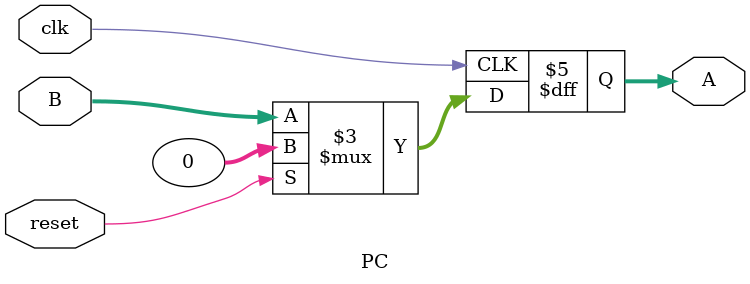
<source format=sv>
module PC(input logic clk, reset, input logic [31:0] B, 
          output logic [31:0] A);
    always_ff @(posedge clk) begin
    	if (reset) A<= 0;
    	else A <= B;
    end
endmodule

</source>
